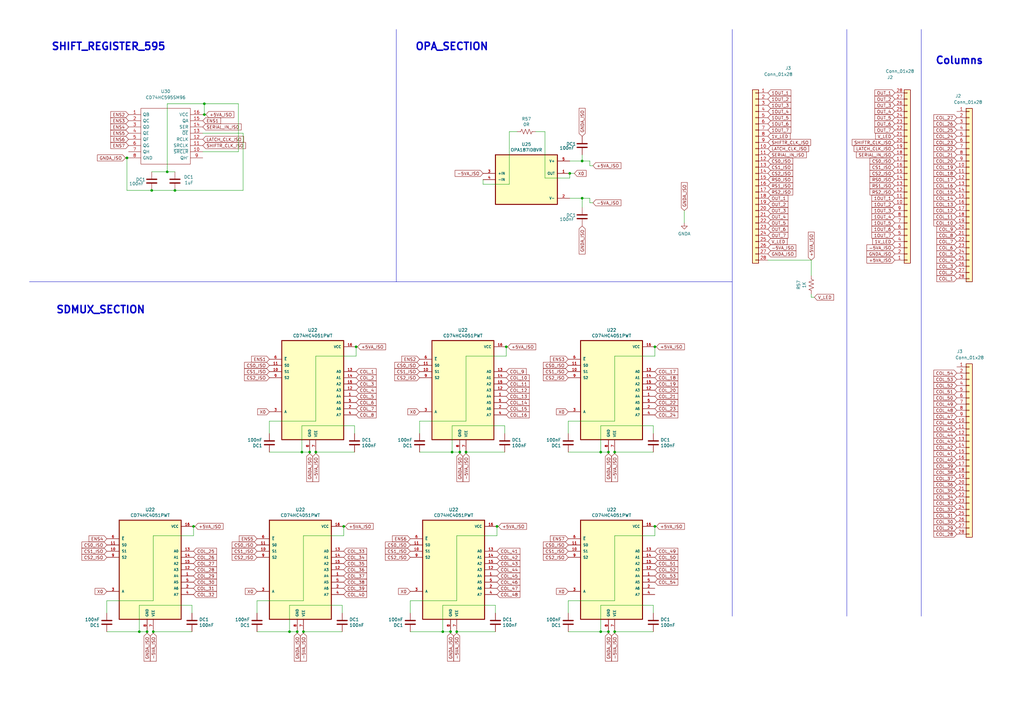
<source format=kicad_sch>
(kicad_sch (version 20230121) (generator eeschema)
  (paper "A3")
  (title_block (title "DMUX_SECTION") (date "2023-07-26"))
  (junction (at 246.38 185.42))
  (junction (at 187.325 259.08))
  (junction (at 140.97 215.9))
  (junction (at 203.835 215.9))
  (junction (at 188.595 185.42))
  (junction (at 191.135 185.42))
  (junction (at 233.68 71.12))
  (junction (at 57.15 259.08))
  (junction (at 79.375 215.9))
  (junction (at 238.76 66.04))
  (junction (at 268.605 215.9))
  (junction (at 62.865 259.08))
  (junction (at 83.82 42.545))
  (junction (at 207.645 142.24))
  (junction (at 62.23 78.105))
  (junction (at 238.76 81.28))
  (junction (at 124.46 259.08))
  (junction (at 127 185.42))
  (junction (at 121.92 259.08))
  (junction (at 246.38 259.08))
  (junction (at 249.555 185.42))
  (junction (at 249.555 259.08))
  (junction (at 52.07 64.77))
  (junction (at 83.82 46.99))
  (junction (at 181.61 259.08))
  (junction (at 68.58 70.485))
  (junction (at 184.785 259.08))
  (junction (at 252.095 185.42))
  (junction (at 60.325 259.08))
  (junction (at 129.54 185.42))
  (junction (at 185.42 185.42))
  (junction (at 146.05 142.24))
  (junction (at 268.605 142.24))
  (junction (at 123.825 185.42))
  (junction (at 252.095 259.08))
  (junction (at 71.755 78.105))
  (junction (at 118.745 259.08))
  (wire (pts (xy 267.97 251.46) (xy 267.97 248.285)))
  (wire (pts (xy 233.045 259.08) (xy 246.38 259.08)))
  (wire (pts (xy 68.58 42.545) (xy 83.82 42.545)))
  (wire (pts (xy 68.58 70.485) (xy 71.755 70.485)))
  (wire (pts (xy 124.46 219.71) (xy 140.97 219.71)))
  (wire (pts (xy 203.2 251.46) (xy 203.2 248.285)))
  (wire (pts (xy 238.76 81.28) (xy 241.935 81.28)))
  (wire (pts (xy 233.045 172.72) (xy 252.095 172.72)))
  (wire (pts (xy 268.605 146.05) (xy 268.605 142.24)))
  (wire (pts (xy 62.865 246.38) (xy 62.865 219.71)))
  (wire (pts (xy 172.085 177.8) (xy 172.085 172.72)))
  (wire (pts (xy 235.585 71.12) (xy 233.68 71.12)))
  (wire (pts (xy 252.095 186.055) (xy 252.095 185.42)))
  (wire (pts (xy 208.28 142.24) (xy 207.645 142.24)))
  (wire (pts (xy 110.49 177.8) (xy 110.49 172.72)))
  (wire (pts (xy 233.045 251.46) (xy 233.045 246.38)))
  (wire (pts (xy 233.68 73.025) (xy 233.68 71.12)))
  (wire (pts (xy 212.09 53.975) (xy 208.915 53.975)))
  (wire (pts (xy 105.41 251.46) (xy 105.41 246.38)))
  (wire (pts (xy 249.555 186.055) (xy 249.555 185.42)))
  (wire (pts (xy 191.135 146.05) (xy 207.645 146.05)))
  (wire (pts (xy 207.01 177.8) (xy 207.01 174.625)))
  (wire (pts (xy 43.815 246.38) (xy 62.865 246.38)))
  (wire (pts (xy 145.415 177.8) (xy 145.415 174.625)))
  (wire (pts (xy 223.52 53.975) (xy 223.52 73.025)))
  (wire (pts (xy 249.555 259.715) (xy 249.555 259.08)))
  (wire (pts (xy 238.76 66.04) (xy 241.935 66.04)))
  (wire (pts (xy 141.605 215.9) (xy 140.97 215.9)))
  (wire (pts (xy 252.095 219.71) (xy 268.605 219.71)))
  (wire (pts (xy 208.915 75.565) (xy 198.12 75.565)))
  (wire (pts (xy 187.325 259.08) (xy 203.2 259.08)))
  (wire (pts (xy 52.07 78.105) (xy 52.07 64.77)))
  (wire (pts (xy 127 186.055) (xy 127 185.42)))
  (wire (pts (xy 78.74 251.46) (xy 78.74 248.285)))
  (wire (pts (xy 219.71 53.975) (xy 223.52 53.975)))
  (wire (pts (xy 124.46 259.08) (xy 140.335 259.08)))
  (wire (pts (xy 146.685 142.24) (xy 146.05 142.24)))
  (wire (pts (xy 172.085 185.42) (xy 185.42 185.42)))
  (wire (pts (xy 185.42 174.625) (xy 185.42 185.42)))
  (wire (pts (xy 51.435 64.77) (xy 52.07 64.77)))
  (wire (pts (xy 145.415 174.625) (xy 123.825 174.625)))
  (wire (pts (xy 60.325 259.715) (xy 60.325 259.08)))
  (wire (pts (xy 207.01 174.625) (xy 185.42 174.625)))
  (polyline (pts (xy 162.56 12.065) (xy 162.56 115.57)))
  (wire (pts (xy 168.275 259.08) (xy 181.61 259.08)))
  (wire (pts (xy 208.915 53.975) (xy 208.915 75.565)))
  (wire (pts (xy 185.42 185.42) (xy 188.595 185.42)))
  (wire (pts (xy 332.74 120.65) (xy 332.74 121.92)))
  (wire (pts (xy 252.095 259.08) (xy 267.97 259.08)))
  (polyline (pts (xy 300.355 12.065) (xy 300.355 252.73)))
  (wire (pts (xy 223.52 73.025) (xy 233.68 73.025)))
  (wire (pts (xy 146.05 146.05) (xy 146.05 142.24)))
  (wire (pts (xy 233.68 81.28) (xy 238.76 81.28)))
  (wire (pts (xy 57.15 248.285) (xy 57.15 259.08)))
  (wire (pts (xy 79.375 219.71) (xy 79.375 215.9)))
  (wire (pts (xy 207.645 146.05) (xy 207.645 142.24)))
  (wire (pts (xy 110.49 172.72) (xy 129.54 172.72)))
  (wire (pts (xy 83.82 42.545) (xy 83.82 46.99)))
  (wire (pts (xy 246.38 185.42) (xy 249.555 185.42)))
  (wire (pts (xy 129.54 146.05) (xy 146.05 146.05)))
  (wire (pts (xy 203.2 248.285) (xy 181.61 248.285)))
  (wire (pts (xy 121.92 259.715) (xy 121.92 259.08)))
  (wire (pts (xy 129.54 172.72) (xy 129.54 146.05)))
  (wire (pts (xy 187.325 246.38) (xy 187.325 219.71)))
  (wire (pts (xy 267.97 248.285) (xy 246.38 248.285)))
  (wire (pts (xy 238.76 81.28) (xy 238.76 85.09)))
  (polyline (pts (xy 162.56 115.57) (xy 300.355 115.57)))
  (wire (pts (xy 252.095 172.72) (xy 252.095 146.05)))
  (wire (pts (xy 83.82 42.545) (xy 97.79 42.545)))
  (wire (pts (xy 168.275 246.38) (xy 187.325 246.38)))
  (wire (pts (xy 269.24 215.9) (xy 268.605 215.9)))
  (wire (pts (xy 314.96 106.68) (xy 332.74 106.68)))
  (wire (pts (xy 123.825 174.625) (xy 123.825 185.42)))
  (wire (pts (xy 191.135 186.055) (xy 191.135 185.42)))
  (wire (pts (xy 268.605 219.71) (xy 268.605 215.9)))
  (wire (pts (xy 83.82 46.99) (xy 84.455 46.99)))
  (wire (pts (xy 198.12 75.565) (xy 198.12 73.66)))
  (wire (pts (xy 83.185 46.99) (xy 83.82 46.99)))
  (wire (pts (xy 124.46 246.38) (xy 124.46 219.71)))
  (wire (pts (xy 124.46 259.715) (xy 124.46 259.08)))
  (wire (pts (xy 241.935 67.945) (xy 241.935 66.04)))
  (wire (pts (xy 110.49 185.42) (xy 123.825 185.42)))
  (wire (pts (xy 203.835 219.71) (xy 203.835 215.9)))
  (wire (pts (xy 181.61 248.285) (xy 181.61 259.08)))
  (wire (pts (xy 233.68 66.04) (xy 238.76 66.04)))
  (wire (pts (xy 246.38 248.285) (xy 246.38 259.08)))
  (wire (pts (xy 99.695 54.61) (xy 99.695 78.105)))
  (wire (pts (xy 62.865 259.715) (xy 62.865 259.08)))
  (wire (pts (xy 118.745 259.08) (xy 121.92 259.08)))
  (wire (pts (xy 140.335 251.46) (xy 140.335 248.285)))
  (wire (pts (xy 129.54 185.42) (xy 145.415 185.42)))
  (wire (pts (xy 238.76 63.5) (xy 238.76 66.04)))
  (wire (pts (xy 62.23 70.485) (xy 68.58 70.485)))
  (wire (pts (xy 246.38 174.625) (xy 246.38 185.42)))
  (wire (pts (xy 83.185 54.61) (xy 99.695 54.61)))
  (wire (pts (xy 233.045 185.42) (xy 246.38 185.42)))
  (wire (pts (xy 105.41 259.08) (xy 118.745 259.08)))
  (wire (pts (xy 280.67 86.36) (xy 280.67 91.44)))
  (wire (pts (xy 62.23 78.105) (xy 71.755 78.105)))
  (wire (pts (xy 269.24 142.24) (xy 268.605 142.24)))
  (wire (pts (xy 43.815 251.46) (xy 43.815 246.38)))
  (wire (pts (xy 252.095 185.42) (xy 267.97 185.42)))
  (wire (pts (xy 97.79 42.545) (xy 97.79 62.23)))
  (wire (pts (xy 233.045 246.38) (xy 252.095 246.38)))
  (wire (pts (xy 123.825 185.42) (xy 127 185.42)))
  (wire (pts (xy 168.275 251.46) (xy 168.275 246.38)))
  (wire (pts (xy 62.865 219.71) (xy 79.375 219.71)))
  (wire (pts (xy 187.325 219.71) (xy 203.835 219.71)))
  (wire (pts (xy 188.595 186.055) (xy 188.595 185.42)))
  (wire (pts (xy 241.935 83.185) (xy 241.935 81.28)))
  (wire (pts (xy 80.01 215.9) (xy 79.375 215.9)))
  (polyline (pts (xy 12.065 115.57) (xy 162.56 115.57)))
  (wire (pts (xy 204.47 215.9) (xy 203.835 215.9)))
  (wire (pts (xy 78.74 248.285) (xy 57.15 248.285)))
  (wire (pts (xy 191.135 172.72) (xy 191.135 146.05)))
  (wire (pts (xy 57.15 259.08) (xy 60.325 259.08)))
  (wire (pts (xy 187.325 259.715) (xy 187.325 259.08)))
  (wire (pts (xy 52.07 64.77) (xy 52.705 64.77)))
  (wire (pts (xy 252.095 146.05) (xy 268.605 146.05)))
  (wire (pts (xy 243.205 67.945) (xy 241.935 67.945)))
  (polyline (pts (xy 347.345 12.065) (xy 347.345 252.73)))
  (wire (pts (xy 62.23 78.105) (xy 52.07 78.105)))
  (wire (pts (xy 233.045 177.8) (xy 233.045 172.72)))
  (wire (pts (xy 191.135 185.42) (xy 207.01 185.42)))
  (wire (pts (xy 99.695 78.105) (xy 71.755 78.105)))
  (wire (pts (xy 105.41 246.38) (xy 124.46 246.38)))
  (wire (pts (xy 246.38 259.08) (xy 249.555 259.08)))
  (wire (pts (xy 140.97 219.71) (xy 140.97 215.9)))
  (wire (pts (xy 68.58 42.545) (xy 68.58 70.485)))
  (wire (pts (xy 83.185 62.23) (xy 97.79 62.23)))
  (wire (pts (xy 267.97 177.8) (xy 267.97 174.625)))
  (wire (pts (xy 267.97 174.625) (xy 246.38 174.625)))
  (wire (pts (xy 172.085 172.72) (xy 191.135 172.72)))
  (wire (pts (xy 332.74 113.03) (xy 332.74 106.68)))
  (polyline (pts (xy 377.825 12.065) (xy 377.825 252.73)))
  (wire (pts (xy 62.865 259.08) (xy 78.74 259.08)))
  (wire (pts (xy 243.205 83.185) (xy 241.935 83.185)))
  (wire (pts (xy 118.745 248.285) (xy 118.745 259.08)))
  (wire (pts (xy 252.095 259.715) (xy 252.095 259.08)))
  (wire (pts (xy 332.74 121.92) (xy 334.01 121.92)))
  (wire (pts (xy 252.095 246.38) (xy 252.095 219.71)))
  (wire (pts (xy 181.61 259.08) (xy 184.785 259.08)))
  (wire (pts (xy 184.785 259.715) (xy 184.785 259.08)))
  (wire (pts (xy 140.335 248.285) (xy 118.745 248.285)))
  (wire (pts (xy 129.54 186.055) (xy 129.54 185.42)))
  (wire (pts (xy 43.815 259.08) (xy 57.15 259.08)))
  (text "OPA_SECTION" (at 170.18 20.955 0) (effects (font (size 2.9972 2.9972) (thickness 0.5994) bold) (justify left bottom)))
  (text "Columns\n" (at 383.54 26.67 0) (effects (font (size 2.9972 2.9972) (thickness 0.5994) bold) (justify left bottom)))
  (text "SHIFT_REGISTER_595" (at 20.955 20.955 0) (effects (font (size 2.9972 2.9972) (thickness 0.5994) bold) (justify left bottom)))
  (text "SDMUX_SECTION" (at 22.86 128.905 0) (effects (font (size 2.9972 2.9972) (thickness 0.5994) bold) (justify left bottom)))
  (global_label "CS0_ISO" (shape input) (at 233.045 149.86 180) (property "Intersheetrefs" "${INTERSHEET_REFS}" (effects hide)))
  (global_label "-5VA_ISO" (shape input) (at 129.54 186.055 270) (property "Intersheetrefs" "${INTERSHEET_REFS}" (effects hide)))
  (global_label "COL_22" (shape input) (at 392.43 60.96 180) (property "Intersheetrefs" "${INTERSHEET_REFS}" (effects hide)))
  (global_label "V_LED" (shape input) (at 367.03 55.88 180) (property "Intersheetrefs" "${INTERSHEET_REFS}" (effects hide)))
  (global_label "CS0_ISO" (shape input) (at 43.815 223.52 180) (property "Intersheetrefs" "${INTERSHEET_REFS}" (effects hide)))
  (global_label "GNDA_ISO" (shape input) (at 127 186.055 270) (property "Intersheetrefs" "${INTERSHEET_REFS}" (effects hide)))
  (global_label "LATCH_CLK_ISO" (shape input) (at 367.03 60.96 180) (property "Intersheetrefs" "${INTERSHEET_REFS}" (effects hide)))
  (global_label "COL_21" (shape input) (at 392.43 63.5 180) (property "Intersheetrefs" "${INTERSHEET_REFS}" (effects hide)))
  (global_label "COL_27" (shape input) (at 392.43 48.26 180) (property "Intersheetrefs" "${INTERSHEET_REFS}" (effects hide)))
  (global_label "COL_38" (shape input) (at 392.43 193.675 180) (property "Intersheetrefs" "${INTERSHEET_REFS}" (effects hide)))
  (global_label "ENS7" (shape input) (at 233.045 220.98 180) (property "Intersheetrefs" "${INTERSHEET_REFS}" (effects hide)))
  (global_label "COL_15" (shape input) (at 392.43 78.74 180) (property "Intersheetrefs" "${INTERSHEET_REFS}" (effects hide)))
  (global_label "COL_22" (shape input) (at 268.605 165.1 0) (property "Intersheetrefs" "${INTERSHEET_REFS}" (effects hide)))
  (global_label "ENS2" (shape input) (at 172.085 147.32 180) (property "Intersheetrefs" "${INTERSHEET_REFS}" (effects hide)))
  (global_label "CS0_ISO" (shape input) (at 233.045 223.52 180) (property "Intersheetrefs" "${INTERSHEET_REFS}" (effects hide)))
  (global_label "CS0_ISO" (shape input) (at 172.085 149.86 180) (property "Intersheetrefs" "${INTERSHEET_REFS}" (effects hide)))
  (global_label "COL_11" (shape input) (at 207.645 157.48 0) (property "Intersheetrefs" "${INTERSHEET_REFS}" (effects hide)))
  (global_label "COL_24" (shape input) (at 392.43 55.88 180) (property "Intersheetrefs" "${INTERSHEET_REFS}" (effects hide)))
  (global_label "COL_36" (shape input) (at 140.97 233.68 0) (property "Intersheetrefs" "${INTERSHEET_REFS}" (effects hide)))
  (global_label "V_LED" (shape input) (at 334.01 121.92 0) (property "Intersheetrefs" "${INTERSHEET_REFS}" (effects hide)))
  (global_label "GNDA_ISO" (shape input) (at 60.325 259.715 270) (property "Intersheetrefs" "${INTERSHEET_REFS}" (effects hide)))
  (global_label "COL_19" (shape input) (at 268.605 157.48 0) (property "Intersheetrefs" "${INTERSHEET_REFS}" (effects hide)))
  (global_label "SERIAL_IN_ISO" (shape input) (at 314.96 63.5 0) (property "Intersheetrefs" "${INTERSHEET_REFS}" (effects hide)))
  (global_label "X0" (shape input) (at 233.045 168.91 180) (property "Intersheetrefs" "${INTERSHEET_REFS}" (effects hide)))
  (global_label "COL_12" (shape input) (at 392.43 86.36 180) (property "Intersheetrefs" "${INTERSHEET_REFS}" (effects hide)))
  (global_label "-5VA_ISO" (shape input) (at 191.135 186.055 270) (property "Intersheetrefs" "${INTERSHEET_REFS}" (effects hide)))
  (global_label "ENS4" (shape input) (at 52.705 52.07 180) (property "Intersheetrefs" "${INTERSHEET_REFS}" (effects hide)))
  (global_label "ENS5" (shape input) (at 105.41 220.98 180) (property "Intersheetrefs" "${INTERSHEET_REFS}" (effects hide)))
  (global_label "CS1_ISO" (shape input) (at 110.49 152.4 180) (property "Intersheetrefs" "${INTERSHEET_REFS}" (effects hide)))
  (global_label "COL_30" (shape input) (at 79.375 238.76 0) (property "Intersheetrefs" "${INTERSHEET_REFS}" (effects hide)))
  (global_label "COL_46" (shape input) (at 392.43 173.355 180) (property "Intersheetrefs" "${INTERSHEET_REFS}" (effects hide)))
  (global_label "OUT_2" (shape input) (at 314.96 83.82 0) (property "Intersheetrefs" "${INTERSHEET_REFS}" (effects hide)))
  (global_label "COL_40" (shape input) (at 392.43 188.595 180) (property "Intersheetrefs" "${INTERSHEET_REFS}" (effects hide)))
  (global_label "OUT_7" (shape input) (at 314.96 96.52 0) (property "Intersheetrefs" "${INTERSHEET_REFS}" (effects hide)))
  (global_label "COL_54" (shape input) (at 268.605 238.76 0) (property "Intersheetrefs" "${INTERSHEET_REFS}" (effects hide)))
  (global_label "CS0_ISO" (shape input) (at 168.275 223.52 180) (property "Intersheetrefs" "${INTERSHEET_REFS}" (effects hide)))
  (global_label "COL_13" (shape input) (at 392.43 83.82 180) (property "Intersheetrefs" "${INTERSHEET_REFS}" (effects hide)))
  (global_label "COL_51" (shape input) (at 268.605 231.14 0) (property "Intersheetrefs" "${INTERSHEET_REFS}" (effects hide)))
  (global_label "COL_7" (shape input) (at 392.43 99.06 180) (property "Intersheetrefs" "${INTERSHEET_REFS}" (effects hide)))
  (global_label "SERIAL_IN_ISO" (shape input) (at 367.03 63.5 180) (property "Intersheetrefs" "${INTERSHEET_REFS}" (effects hide)))
  (global_label "1OUT_2" (shape input) (at 367.03 83.82 180) (property "Intersheetrefs" "${INTERSHEET_REFS}" (effects hide)))
  (global_label "COL_1" (shape input) (at 392.43 114.3 180) (property "Intersheetrefs" "${INTERSHEET_REFS}" (effects hide)))
  (global_label "CS2_ISO" (shape input) (at 367.03 71.12 180) (property "Intersheetrefs" "${INTERSHEET_REFS}" (effects hide)))
  (global_label "COL_48" (shape input) (at 203.835 243.84 0) (property "Intersheetrefs" "${INTERSHEET_REFS}" (effects hide)))
  (global_label "COL_41" (shape input) (at 392.43 186.055 180) (property "Intersheetrefs" "${INTERSHEET_REFS}" (effects hide)))
  (global_label "CS1_ISO" (shape input) (at 105.41 226.06 180) (property "Intersheetrefs" "${INTERSHEET_REFS}" (effects hide)))
  (global_label "OUT_1" (shape input) (at 367.03 38.1 180) (property "Intersheetrefs" "${INTERSHEET_REFS}" (effects hide)))
  (global_label "+5VA_ISO" (shape input) (at 208.28 142.24 0) (property "Intersheetrefs" "${INTERSHEET_REFS}" (effects hide)))
  (global_label "COL_36" (shape input) (at 392.43 198.755 180) (property "Intersheetrefs" "${INTERSHEET_REFS}" (effects hide)))
  (global_label "COL_35" (shape input) (at 392.43 201.295 180) (property "Intersheetrefs" "${INTERSHEET_REFS}" (effects hide)))
  (global_label "COL_6" (shape input) (at 146.05 165.1 0) (property "Intersheetrefs" "${INTERSHEET_REFS}" (effects hide)))
  (global_label "COL_50" (shape input) (at 268.605 228.6 0) (property "Intersheetrefs" "${INTERSHEET_REFS}" (effects hide)))
  (global_label "1OUT_4" (shape input) (at 314.96 45.72 0) (property "Intersheetrefs" "${INTERSHEET_REFS}" (effects hide)))
  (global_label "OUT_6" (shape input) (at 314.96 93.98 0) (property "Intersheetrefs" "${INTERSHEET_REFS}" (effects hide)))
  (global_label "COL_24" (shape input) (at 268.605 170.18 0) (property "Intersheetrefs" "${INTERSHEET_REFS}" (effects hide)))
  (global_label "1OUT_1" (shape input) (at 367.03 81.28 180) (property "Intersheetrefs" "${INTERSHEET_REFS}" (effects hide)))
  (global_label "-5VA_ISO" (shape input) (at 198.12 71.12 180) (property "Intersheetrefs" "${INTERSHEET_REFS}" (effects hide)))
  (global_label "COL_3" (shape input) (at 392.43 109.22 180) (property "Intersheetrefs" "${INTERSHEET_REFS}" (effects hide)))
  (global_label "COL_51" (shape input) (at 392.43 160.655 180) (property "Intersheetrefs" "${INTERSHEET_REFS}" (effects hide)))
  (global_label "COL_1" (shape input) (at 146.05 152.4 0) (property "Intersheetrefs" "${INTERSHEET_REFS}" (effects hide)))
  (global_label "GNDA_ISO" (shape input) (at 280.67 86.36 90) (property "Intersheetrefs" "${INTERSHEET_REFS}" (effects hide)))
  (global_label "CS1_ISO" (shape input) (at 314.96 68.58 0) (property "Intersheetrefs" "${INTERSHEET_REFS}" (effects hide)))
  (global_label "OUT_2" (shape input) (at 367.03 40.64 180) (property "Intersheetrefs" "${INTERSHEET_REFS}" (effects hide)))
  (global_label "COL_42" (shape input) (at 203.835 228.6 0) (property "Intersheetrefs" "${INTERSHEET_REFS}" (effects hide)))
  (global_label "1OUT_7" (shape input) (at 314.96 53.34 0) (property "Intersheetrefs" "${INTERSHEET_REFS}" (effects hide)))
  (global_label "ENS2" (shape input) (at 52.705 46.99 180) (property "Intersheetrefs" "${INTERSHEET_REFS}" (effects hide)))
  (global_label "CS0_ISO" (shape input) (at 105.41 223.52 180) (property "Intersheetrefs" "${INTERSHEET_REFS}" (effects hide)))
  (global_label "X0" (shape input) (at 168.275 242.57 180) (property "Intersheetrefs" "${INTERSHEET_REFS}" (effects hide)))
  (global_label "COL_53" (shape input) (at 268.605 236.22 0) (property "Intersheetrefs" "${INTERSHEET_REFS}" (effects hide)))
  (global_label "GNDA_ISO" (shape input) (at 188.595 186.055 270) (property "Intersheetrefs" "${INTERSHEET_REFS}" (effects hide)))
  (global_label "X0" (shape input) (at 105.41 242.57 180) (property "Intersheetrefs" "${INTERSHEET_REFS}" (effects hide)))
  (global_label "COL_45" (shape input) (at 203.835 236.22 0) (property "Intersheetrefs" "${INTERSHEET_REFS}" (effects hide)))
  (global_label "RS2_ISO" (shape input) (at 367.03 78.74 180) (property "Intersheetrefs" "${INTERSHEET_REFS}" (effects hide)))
  (global_label "COL_35" (shape input) (at 140.97 231.14 0) (property "Intersheetrefs" "${INTERSHEET_REFS}" (effects hide)))
  (global_label "OUT_6" (shape input) (at 367.03 50.8 180) (property "Intersheetrefs" "${INTERSHEET_REFS}" (effects hide)))
  (global_label "1OUT_4" (shape input) (at 367.03 88.9 180) (property "Intersheetrefs" "${INTERSHEET_REFS}" (effects hide)))
  (global_label "COL_8" (shape input) (at 146.05 170.18 0) (property "Intersheetrefs" "${INTERSHEET_REFS}" (effects hide)))
  (global_label "GNDA_ISO" (shape input) (at 238.76 55.88 90) (property "Intersheetrefs" "${INTERSHEET_REFS}" (effects hide)))
  (global_label "COL_17" (shape input) (at 392.43 73.66 180) (property "Intersheetrefs" "${INTERSHEET_REFS}" (effects hide)))
  (global_label "COL_20" (shape input) (at 392.43 66.04 180) (property "Intersheetrefs" "${INTERSHEET_REFS}" (effects hide)))
  (global_label "COL_4" (shape input) (at 392.43 106.68 180) (property "Intersheetrefs" "${INTERSHEET_REFS}" (effects hide)))
  (global_label "ENS6" (shape input) (at 168.275 220.98 180) (property "Intersheetrefs" "${INTERSHEET_REFS}" (effects hide)))
  (global_label "CS1_ISO" (shape input) (at 233.045 152.4 180) (property "Intersheetrefs" "${INTERSHEET_REFS}" (effects hide)))
  (global_label "COL_16" (shape input) (at 392.43 76.2 180) (property "Intersheetrefs" "${INTERSHEET_REFS}" (effects hide)))
  (global_label "CS0_ISO" (shape input) (at 110.49 149.86 180) (property "Intersheetrefs" "${INTERSHEET_REFS}" (effects hide)))
  (global_label "COL_10" (shape input) (at 392.43 91.44 180) (property "Intersheetrefs" "${INTERSHEET_REFS}" (effects hide)))
  (global_label "COL_37" (shape input) (at 140.97 236.22 0) (property "Intersheetrefs" "${INTERSHEET_REFS}" (effects hide)))
  (global_label "+5VA_ISO" (shape input) (at 367.03 106.68 180) (property "Intersheetrefs" "${INTERSHEET_REFS}" (effects hide)))
  (global_label "CS1_ISO" (shape input) (at 172.085 152.4 180) (property "Intersheetrefs" "${INTERSHEET_REFS}" (effects hide)))
  (global_label "COL_33" (shape input) (at 392.43 206.375 180) (property "Intersheetrefs" "${INTERSHEET_REFS}" (effects hide)))
  (global_label "1OUT_6" (shape input) (at 314.96 50.8 0) (property "Intersheetrefs" "${INTERSHEET_REFS}" (effects hide)))
  (global_label "+5VA_ISO" (shape input) (at 146.685 142.24 0) (property "Intersheetrefs" "${INTERSHEET_REFS}" (effects hide)))
  (global_label "COL_14" (shape input) (at 392.43 81.28 180) (property "Intersheetrefs" "${INTERSHEET_REFS}" (effects hide)))
  (global_label "ENS7" (shape input) (at 52.705 59.69 180) (property "Intersheetrefs" "${INTERSHEET_REFS}" (effects hide)))
  (global_label "ENS3" (shape input) (at 233.045 147.32 180) (property "Intersheetrefs" "${INTERSHEET_REFS}" (effects hide)))
  (global_label "CS2_ISO" (shape input) (at 105.41 228.6 180) (property "Intersheetrefs" "${INTERSHEET_REFS}" (effects hide)))
  (global_label "+5VA_ISO" (shape input) (at 332.74 106.68 90) (property "Intersheetrefs" "${INTERSHEET_REFS}" (effects hide)))
  (global_label "COL_7" (shape input) (at 146.05 167.64 0) (property "Intersheetrefs" "${INTERSHEET_REFS}" (effects hide)))
  (global_label "COL_43" (shape input) (at 203.835 231.14 0) (property "Intersheetrefs" "${INTERSHEET_REFS}" (effects hide)))
  (global_label "-5VA_ISO" (shape input) (at 252.095 186.055 270) (property "Intersheetrefs" "${INTERSHEET_REFS}" (effects hide)))
  (global_label "GNDA_ISO" (shape input) (at 367.03 104.14 180) (property "Intersheetrefs" "${INTERSHEET_REFS}" (effects hide)))
  (global_label "1OUT_1" (shape input) (at 314.96 38.1 0) (property "Intersheetrefs" "${INTERSHEET_REFS}" (effects hide)))
  (global_label "1V_LED" (shape input) (at 367.03 99.06 180) (property "Intersheetrefs" "${INTERSHEET_REFS}" (effects hide)))
  (global_label "COL_17" (shape input) (at 268.605 152.4 0) (property "Intersheetrefs" "${INTERSHEET_REFS}" (effects hide)))
  (global_label "OUT_4" (shape input) (at 367.03 45.72 180) (property "Intersheetrefs" "${INTERSHEET_REFS}" (effects hide)))
  (global_label "COL_45" (shape input) (at 392.43 175.895 180) (property "Intersheetrefs" "${INTERSHEET_REFS}" (effects hide)))
  (global_label "+5VA_ISO" (shape input) (at 80.01 215.9 0) (property "Intersheetrefs" "${INTERSHEET_REFS}" (effects hide)))
  (global_label "COL_34" (shape input) (at 392.43 203.835 180) (property "Intersheetrefs" "${INTERSHEET_REFS}" (effects hide)))
  (global_label "RS1_ISO" (shape input) (at 314.96 76.2 0) (property "Intersheetrefs" "${INTERSHEET_REFS}" (effects hide)))
  (global_label "-5VA_ISO" (shape input) (at 252.095 259.715 270) (property "Intersheetrefs" "${INTERSHEET_REFS}" (effects hide)))
  (global_label "COL_28" (shape input) (at 79.375 233.68 0) (property "Intersheetrefs" "${INTERSHEET_REFS}" (effects hide)))
  (global_label "COL_6" (shape input) (at 392.43 101.6 180) (property "Intersheetrefs" "${INTERSHEET_REFS}" (effects hide)))
  (global_label "CS2_ISO" (shape input) (at 168.275 228.6 180) (property "Intersheetrefs" "${INTERSHEET_REFS}" (effects hide)))
  (global_label "GNDA_ISO" (shape input) (at 51.435 64.77 180) (property "Intersheetrefs" "${INTERSHEET_REFS}" (effects hide)))
  (global_label "COL_28" (shape input) (at 392.43 219.075 180) (property "Intersheetrefs" "${INTERSHEET_REFS}" (effects hide)))
  (global_label "COL_11" (shape input) (at 392.43 88.9 180) (property "Intersheetrefs" "${INTERSHEET_REFS}" (effects hide)))
  (global_label "COL_32" (shape input) (at 392.43 208.915 180) (property "Intersheetrefs" "${INTERSHEET_REFS}" (effects hide)))
  (global_label "LATCH_CLK_ISO" (shape input) (at 83.185 57.15 0) (property "Intersheetrefs" "${INTERSHEET_REFS}" (effects hide)))
  (global_label "COL_39" (shape input) (at 392.43 191.135 180) (property "Intersheetrefs" "${INTERSHEET_REFS}" (effects hide)))
  (global_label "COL_15" (shape input) (at 207.645 167.64 0) (property "Intersheetrefs" "${INTERSHEET_REFS}" (effects hide)))
  (global_label "COL_18" (shape input) (at 268.605 154.94 0) (property "Intersheetrefs" "${INTERSHEET_REFS}" (effects hide)))
  (global_label "X0" (shape input) (at 235.585 71.12 0) (property "Intersheetrefs" "${INTERSHEET_REFS}" (effects hide)))
  (global_label "COL_29" (shape input) (at 79.375 236.22 0) (property "Intersheetrefs" "${INTERSHEET_REFS}" (effects hide)))
  (global_label "COL_5" (shape input) (at 392.43 104.14 180) (property "Intersheetrefs" "${INTERSHEET_REFS}" (effects hide)))
  (global_label "GNDA_ISO" (shape input) (at 249.555 259.715 270) (property "Intersheetrefs" "${INTERSHEET_REFS}" (effects hide)))
  (global_label "-5VA_ISO" (shape input) (at 187.325 259.715 270) (property "Intersheetrefs" "${INTERSHEET_REFS}" (effects hide)))
  (global_label "1OUT_5" (shape input) (at 314.96 48.26 0) (property "Intersheetrefs" "${INTERSHEET_REFS}" (effects hide)))
  (global_label "-5VA_ISO" (shape input) (at 243.205 83.185 0) (property "Intersheetrefs" "${INTERSHEET_REFS}" (effects hide)))
  (global_label "COL_10" (shape input) (at 207.645 154.94 0) (property "Intersheetrefs" "${INTERSHEET_REFS}" (effects hide)))
  (global_label "1OUT_3" (shape input) (at 314.96 43.18 0) (property "Intersheetrefs" "${INTERSHEET_REFS}" (effects hide)))
  (global_label "COL_32" (shape input) (at 79.375 243.84 0) (property "Intersheetrefs" "${INTERSHEET_REFS}" (effects hide)))
  (global_label "1V_LED" (shape input) (at 314.96 55.88 0) (property "Intersheetrefs" "${INTERSHEET_REFS}" (effects hide)))
  (global_label "GNDA_ISO" (shape input) (at 121.92 259.715 270) (property "Intersheetrefs" "${INTERSHEET_REFS}" (effects hide)))
  (global_label "COL_52" (shape input) (at 268.605 233.68 0) (property "Intersheetrefs" "${INTERSHEET_REFS}" (effects hide)))
  (global_label "CS1_ISO" (shape input) (at 233.045 226.06 180) (property "Intersheetrefs" "${INTERSHEET_REFS}" (effects hide)))
  (global_label "RS1_ISO" (shape input) (at 367.03 76.2 180) (property "Intersheetrefs" "${INTERSHEET_REFS}" (effects hide)))
  (global_label "COL_47" (shape input) (at 392.43 170.815 180) (property "Intersheetrefs" "${INTERSHEET_REFS}" (effects hide)))
  (global_label "COL_4" (shape input) (at 146.05 160.02 0) (property "Intersheetrefs" "${INTERSHEET_REFS}" (effects hide)))
  (global_label "CS1_ISO" (shape input) (at 43.815 226.06 180) (property "Intersheetrefs" "${INTERSHEET_REFS}" (effects hide)))
  (global_label "COL_33" (shape input) (at 140.97 226.06 0) (property "Intersheetrefs" "${INTERSHEET_REFS}" (effects hide)))
  (global_label "+5VA_ISO" (shape input) (at 141.605 215.9 0) (property "Intersheetrefs" "${INTERSHEET_REFS}" (effects hide)))
  (global_label "GNDA_ISO" (shape input) (at 314.96 104.14 0) (property "Intersheetrefs" "${INTERSHEET_REFS}" (effects hide)))
  (global_label "COL_49" (shape input) (at 392.43 165.735 180) (property "Intersheetrefs" "${INTERSHEET_REFS}" (effects hide)))
  (global_label "COL_27" (shape input) (at 79.375 231.14 0) (property "Intersheetrefs" "${INTERSHEET_REFS}" (effects hide)))
  (global_label "ENS1" (shape input) (at 83.185 49.53 0) (property "Intersheetrefs" "${INTERSHEET_REFS}" (effects hide)))
  (global_label "-5VA_ISO" (shape input) (at 314.96 101.6 0) (property "Intersheetrefs" "${INTERSHEET_REFS}" (effects hide)))
  (global_label "OUT_3" (shape input) (at 367.03 43.18 180) (property "Intersheetrefs" "${INTERSHEET_REFS}" (effects hide)))
  (global_label "1OUT_3" (shape input) (at 367.03 86.36 180) (property "Intersheetrefs" "${INTERSHEET_REFS}" (effects hide)))
  (global_label "COL_37" (shape input) (at 392.43 196.215 180) (property "Intersheetrefs" "${INTERSHEET_REFS}" (effects hide)))
  (global_label "-5VA_ISO" (shape input) (at 124.46 259.715 270) (property "Intersheetrefs" "${INTERSHEET_REFS}" (effects hide)))
  (global_label "COL_19" (shape input) (at 392.43 68.58 180) (property "Intersheetrefs" "${INTERSHEET_REFS}" (effects hide)))
  (global_label "COL_31" (shape input) (at 79.375 241.3 0) (property "Intersheetrefs" "${INTERSHEET_REFS}" (effects hide)))
  (global_label "COL_2" (shape input) (at 392.43 111.76 180) (property "Intersheetrefs" "${INTERSHEET_REFS}" (effects hide)))
  (global_label "ENS5" (shape input) (at 52.705 54.61 180) (property "Intersheetrefs" "${INTERSHEET_REFS}" (effects hide)))
  (global_label "CS1_ISO" (shape input) (at 367.03 68.58 180) (property "Intersheetrefs" "${INTERSHEET_REFS}" (effects hide)))
  (global_label "X0" (shape input) (at 233.045 242.57 180) (property "Intersheetrefs" "${INTERSHEET_REFS}" (effects hide)))
  (global_label "COL_38" (shape input) (at 140.97 238.76 0) (property "Intersheetrefs" "${INTERSHEET_REFS}" (effects hide)))
  (global_label "+5VA_ISO" (shape input) (at 204.47 215.9 0) (property "Intersheetrefs" "${INTERSHEET_REFS}" (effects hide)))
  (global_label "COL_21" (shape input) (at 268.605 162.56 0) (property "Intersheetrefs" "${INTERSHEET_REFS}" (effects hide)))
  (global_label "COL_52" (shape input) (at 392.43 158.115 180) (property "Intersheetrefs" "${INTERSHEET_REFS}" (effects hide)))
  (global_label "CS2_ISO" (shape input) (at 110.49 154.94 180) (property "Intersheetrefs" "${INTERSHEET_REFS}" (effects hide)))
  (global_label "GNDA_ISO" (shape input) (at 249.555 186.055 270) (property "Intersheetrefs" "${INTERSHEET_REFS}" (effects hide)))
  (global_label "CS2_ISO" (shape input) (at 233.045 228.6 180) (property "Intersheetrefs" "${INTERSHEET_REFS}" (effects hide)))
  (global_label "1OUT_5" (shape input) (at 367.03 91.44 180) (property "Intersheetrefs" "${INTERSHEET_REFS}" (effects hide)))
  (global_label "COL_44" (shape input) (at 392.43 178.435 180) (property "Intersheetrefs" "${INTERSHEET_REFS}" (effects hide)))
  (global_label "X0" (shape input) (at 172.085 168.91 180) (property "Intersheetrefs" "${INTERSHEET_REFS}" (effects hide)))
  (global_label "SERIAL_IN_ISO" (shape input) (at 83.185 52.07 0) (property "Intersheetrefs" "${INTERSHEET_REFS}" (effects hide)))
  (global_label "CS2_ISO" (shape input) (at 43.815 228.6 180) (property "Intersheetrefs" "${INTERSHEET_REFS}" (effects hide)))
  (global_label "COL_30" (shape input) (at 392.43 213.995 180) (property "Intersheetrefs" "${INTERSHEET_REFS}" (effects hide)))
  (global_label "COL_34" (shape input) (at 140.97 228.6 0) (property "Intersheetrefs" "${INTERSHEET_REFS}" (effects hide)))
  (global_label "COL_23" (shape input) (at 392.43 58.42 180) (property "Intersheetrefs" "${INTERSHEET_REFS}" (effects hide)))
  (global_label "SHIFTR_CLK_ISO" (shape input) (at 314.96 58.42 0) (property "Intersheetrefs" "${INTERSHEET_REFS}" (effects hide)))
  (global_label "OUT_3" (shape input) (at 314.96 86.36 0) (property "Intersheetrefs" "${INTERSHEET_REFS}" (effects hide)))
  (global_label "CS0_ISO" (shape input) (at 367.03 66.04 180) (property "Intersheetrefs" "${INTERSHEET_REFS}" (effects hide)))
  (global_label "CS2_ISO" (shape input) (at 233.045 154.94 180) (property "Intersheetrefs" "${INTERSHEET_REFS}" (effects hide)))
  (global_label "COL_44" (shape input) (at 203.835 233.68 0) (property "Intersheetrefs" "${INTERSHEET_REFS}" (effects hide)))
  (global_label "1OUT_6" (shape input) (at 367.03 93.98 180) (property "Intersheetrefs" "${INTERSHEET_REFS}" (effects hide)))
  (global_label "COL_46" (shape input) (at 203.835 238.76 0) (property "Intersheetrefs" "${INTERSHEET_REFS}" (effects hide)))
  (global_label "+5VA_ISO" (shape input) (at 269.24 142.24 0) (property "Intersheetrefs" "${INTERSHEET_REFS}" (effects hide)))
  (global_label "COL_41" (shape input) (at 203.835 226.06 0) (property "Intersheetrefs" "${INTERSHEET_REFS}" (effects hide)))
  (global_label "-5VA_ISO" (shape input) (at 367.03 101.6 180) (property "Intersheetrefs" "${INTERSHEET_REFS}" (effects hide)))
  (global_label "COL_49" (shape input) (at 268.605 226.06 0) (property "Intersheetrefs" "${INTERSHEET_REFS}" (effects hide)))
  (global_label "OUT_7" (shape input) (at 367.03 53.34 180) (property "Intersheetrefs" "${INTERSHEET_REFS}" (effects hide)))
  (global_label "+5VA_ISO" (shape input) (at 84.455 46.99 0) (property "Intersheetrefs" "${INTERSHEET_REFS}" (effects hide)))
  (global_label "COL_43" (shape input) (at 392.43 180.975 180) (property "Intersheetrefs" "${INTERSHEET_REFS}" (effects hide)))
  (global_label "CS0_ISO" (shape input) (at 314.96 66.04 0) (property "Intersheetrefs" "${INTERSHEET_REFS}" (effects hide)))
  (global_label "COL_39" (shape input) (at 140.97 241.3 0) (property "Intersheetrefs" "${INTERSHEET_REFS}" (effects hide)))
  (global_label "COL_16" (shape input) (at 207.645 170.18 0) (property "Intersheetrefs" "${INTERSHEET_REFS}" (effects hide)))
  (global_label "COL_26" (shape input) (at 79.375 228.6 0) (property "Intersheetrefs" "${INTERSHEET_REFS}" (effects hide)))
  (global_label "SHIFTR_CLK_ISO" (shape input) (at 83.185 59.69 0) (property "Intersheetrefs" "${INTERSHEET_REFS}" (effects hide)))
  (global_label "OUT_1" (shape input) (at 314.96 81.28 0) (property "Intersheetrefs" "${INTERSHEET_REFS}" (effects hide)))
  (global_label "X0" (shape input) (at 110.49 168.91 180) (property "Intersheetrefs" "${INTERSHEET_REFS}" (effects hide)))
  (global_label "GNDA_ISO" (shape input) (at 238.76 92.71 270) (property "Intersheetrefs" "${INTERSHEET_REFS}" (effects hide)))
  (global_label "1OUT_7" (shape input) (at 367.03 96.52 180) (property "Intersheetrefs" "${INTERSHEET_REFS}" (effects hide)))
  (global_label "RS2_ISO" (shape input) (at 314.96 78.74 0) (property "Intersheetrefs" "${INTERSHEET_REFS}" (effects hide)))
  (global_label "COL_9" (shape input) (at 392.43 93.98 180) (property "Intersheetrefs" "${INTERSHEET_REFS}" (effects hide)))
  (global_label "COL_31" (shape input) (at 392.43 211.455 180) (property "Intersheetrefs" "${INTERSHEET_REFS}" (effects hide)))
  (global_label "COL_9" (shape input) (at 207.645 152.4 0) (property "Intersheetrefs" "${INTERSHEET_REFS}" (effects hide)))
  (global_label "COL_8" (shape input) (at 392.43 96.52 180) (property "Intersheetrefs" "${INTERSHEET_REFS}" (effects hide)))
  (global_label "COL_3" (shape input) (at 146.05 157.48 0) (property "Intersheetrefs" "${INTERSHEET_REFS}" (effects hide)))
  (global_label "OUT_5" (shape input) (at 367.03 48.26 180) (property "Intersheetrefs" "${INTERSHEET_REFS}" (effects hide)))
  (global_label "GNDA_ISO" (shape input) (at 184.785 259.715 270) (property "Intersheetrefs" "${INTERSHEET_REFS}" (effects hide)))
  (global_label "ENS4" (shape input) (at 43.815 220.98 180) (property "Intersheetrefs" "${INTERSHEET_REFS}" (effects hide)))
  (global_label "COL_26" (shape input) (at 392.43 50.8 180) (property "Intersheetrefs" "${INTERSHEET_REFS}" (effects hide)))
  (global_label "COL_23" (shape input) (at 268.605 167.64 0) (property "Intersheetrefs" "${INTERSHEET_REFS}" (effects hide)))
  (global_label "COL_14" (shape input) (at 207.645 165.1 0) (property "Intersheetrefs" "${INTERSHEET_REFS}" (effects hide)))
  (global_label "COL_54" (shape input) (at 392.43 153.035 180) (property "Intersheetrefs" "${INTERSHEET_REFS}" (effects hide)))
  (global_label "ENS1" (shape input) (at 110.49 147.32 180) (property "Intersheetrefs" "${INTERSHEET_REFS}" (effects hide)))
  (global_label "ENS3" (shape input) (at 52.705 49.53 180) (property "Intersheetrefs" "${INTERSHEET_REFS}" (effects hide)))
  (global_label "COL_20" (shape input) (at 268.605 160.02 0) (property "Intersheetrefs" "${INTERSHEET_REFS}" (effects hide)))
  (global_label "LATCH_CLK_ISO" (shape input) (at 314.96 60.96 0) (property "Intersheetrefs" "${INTERSHEET_REFS}" (effects hide)))
  (global_label "OUT_5" (shape input) (at 314.96 91.44 0) (property "Intersheetrefs" "${INTERSHEET_REFS}" (effects hide)))
  (global_label "COL_50" (shape input) (at 392.43 163.195 180) (property "Intersheetrefs" "${INTERSHEET_REFS}" (effects hide)))
  (global_label "RS0_ISO" (shape input) (at 314.96 73.66 0) (property "Intersheetrefs" "${INTERSHEET_REFS}" (effects hide)))
  (global_label "COL_2" (shape input) (at 146.05 154.94 0) (property "Intersheetrefs" "${INTERSHEET_REFS}" (effects hide)))
  (global_label "CS2_ISO" (shape input) (at 172.085 154.94 180) (property "Intersheetrefs" "${INTERSHEET_REFS}" (effects hide)))
  (global_label "COL_40" (shape input) (at 140.97 243.84 0) (property "Intersheetrefs" "${INTERSHEET_REFS}" (effects hide)))
  (global_label "COL_25" (shape input) (at 79.375 226.06 0) (property "Intersheetrefs" "${INTERSHEET_REFS}" (effects hide)))
  (global_label "X0" (shape input) (at 43.815 242.57 180) (property "Intersheetrefs" "${INTERSHEET_REFS}" (effects hide)))
  (global_label "COL_53" (shape input) (at 392.43 155.575 180) (property "Intersheetrefs" "${INTERSHEET_REFS}" (effects hide)))
  (global_label "SHIFTR_CLK_ISO" (shape input) (at 367.03 58.42 180) (property "Intersheetrefs" "${INTERSHEET_REFS}" (effects hide)))
  (global_label "COL_29" (shape input) (at 392.43 216.535 180) (property "Intersheetrefs" "${INTERSHEET_REFS}" (effects hide)))
  (global_label "ENS6" (shape input) (at 52.705 57.15 180) (property "Intersheetrefs" "${INTERSHEET_REFS}" (effects hide)))
  (global_label "CS1_ISO" (shape input) (at 168.275 226.06 180) (property "Intersheetrefs" "${INTERSHEET_REFS}" (effects hide)))
  (global_label "OUT_4" (shape input) (at 314.96 88.9 0) (property "Intersheetrefs" "${INTERSHEET_REFS}" (effects hide)))
  (global_label "1OUT_2" (shape input) (at 314.96 40.64 0) (property "Intersheetrefs" "${INTERSHEET_REFS}" (effects hide)))
  (global_label "COL_25" (shape input) (at 392.43 53.34 180) (property "Intersheetrefs" "${INTERSHEET_REFS}" (effects hide)))
  (global_label "COL_48" (shape input) (at 392.43 168.275 180) (property "Intersheetrefs" "${INTERSHEET_REFS}" (effects hide)))
  (global_label "RS0_ISO" (shape input) (at 367.03 73.66 180) (property "Intersheetrefs" "${INTERSHEET_REFS}" (effects hide)))
  (global_label "COL_42" (shape input) (at 392.43 183.515 180) (property "Intersheetrefs" "${INTERSHEET_REFS}" (effects hide)))
  (global_label "COL_18" (shape input) (at 392.43 71.12 180) (property "Intersheetrefs" "${INTERSHEET_REFS}" (effects hide)))
  (global_label "+5VA_ISO" (shape input) (at 243.205 67.945 0) (property "Intersheetrefs" "${INTERSHEET_REFS}" (effects hide)))
  (global_label "V_LED" (shape input) (at 314.96 99.06 0) (property "Intersheetrefs" "${INTERSHEET_REFS}" (effects hide)))
  (global_label "-5VA_ISO" (shape input) (at 62.865 259.715 270) (property "Intersheetrefs" "${INTERSHEET_REFS}" (effects hide)))
  (global_label "COL_47" (shape input) (at 203.835 241.3 0) (property "Intersheetrefs" "${INTERSHEET_REFS}" (effects hide)))
  (global_label "+5VA_ISO" (shape input) (at 269.24 215.9 0) (property "Intersheetrefs" "${INTERSHEET_REFS}" (effects hide)))
  (global_label "CS2_ISO" (shape input) (at 314.96 71.12 0) (property "Intersheetrefs" "${INTERSHEET_REFS}" (effects hide)))
  (global_label "COL_13" (shape input) (at 207.645 162.56 0) (property "Intersheetrefs" "${INTERSHEET_REFS}" (effects hide)))
  (global_label "COL_12" (shape input) (at 207.645 160.02 0) (property "Intersheetrefs" "${INTERSHEET_REFS}" (effects hide)))
  (global_label "COL_5" (shape input) (at 146.05 162.56 0) (property "Intersheetrefs" "${INTERSHEET_REFS}" (effects hide)))
  (symbol (lib_id "Device:R_US") (at 215.9 53.975 270) (unit 1)
    (property "Reference" "R57" (at 215.9 48.768 90))
    (property "Value" "0R" (at 215.9 51.0794 90))
    (property "Footprint" "Resistor_SMD:R_0805_2012Metric_Pad1.20x1.40mm_HandSolder" (effects hide))
    (instances (project "ohm3000Board" (path "" (reference "R57") (unit 1))) (project "Split_Board_PartB" (path "" (reference "R59") (unit 1))))
  )
  (symbol (lib_id "Connector_Generic:Conn_01x28") (at 397.51 78.74 0) (unit 1)
    (property "Reference" "J2" (at 391.795 39.37 0) (effects (justify left)))
    (property "Value" "Conn_01x28" (at 391.16 41.91 0) (effects (justify left)))
    (property "Footprint" "SamacSys_Parts:522072833" (effects hide))
  )
  (symbol (lib_id "Device:C") (at 207.01 181.61 0) (unit 1)
    (property "Reference" "DC1" (at 209.931 180.4416 0) (effects (justify left)))
    (property "Value" "100nF" (at 209.931 182.753 0) (effects (justify left)))
    (property "Footprint" "Capacitor_SMD:C_0805_2012Metric_Pad1.18x1.45mm_HandSolder" (effects hide))
    (instances (project "ohm3000_ISO_Board" (path "" (reference "DC1") (unit 1))) (project "Split_Board_PartB" (path "" (reference "DC41") (unit 1))))
  )
  (symbol (lib_id "Device:C") (at 105.41 255.27 180) (unit 1)
    (property "Reference" "DC1" (at 102.489 256.4384 0) (effects (justify left)))
    (property "Value" "100nF" (at 102.489 254.127 0) (effects (justify left)))
    (property "Footprint" "Capacitor_SMD:C_0805_2012Metric_Pad1.18x1.45mm_HandSolder" (effects hide))
    (instances (project "ohm3000_ISO_Board" (path "" (reference "DC1") (unit 1))) (project "Split_Board_PartB" (path "" (reference "DC46") (unit 1))))
  )
  (symbol (lib_id "CD74HC4051PWT:CD74HC4051PWT") (at 61.595 233.68 0) (unit 1)
    (property "Reference" "U22" (at 61.595 209.042 0))
    (property "Value" "CD74HC4051PWT" (at 61.595 211.3534 0))
    (property "Footprint" "CD74HC4051PWT:SOP65P640X120-16N" (effects hide))
    (instances (project "ohm3000_ISO_Board" (path "" (reference "U22") (unit 1))) (project "Split_Board_PartB" (path "" (reference "U25") (unit 1))))
  )
  (symbol (lib_id "Connector_Generic:Conn_01x28") (at 372.11 73.66 0) (mirror x) (unit 1)
    (property "Reference" "J2" (at 363.855 31.75 0) (effects (justify left)))
    (property "Value" "Conn_01x28" (at 363.22 29.21 0) (effects (justify left)))
    (property "Footprint" "SamacSys_Parts:522072833" (effects hide))
    (instances (project "ohm3000_ISO_Board" (path "" (reference "J2") (unit 1))) (project "Split_Board_PartB" (path "" (reference "J6") (unit 1))))
  )
  (symbol (lib_id "Device:C") (at 238.76 88.9 180) (unit 1)
    (property "Reference" "DC1" (at 236.22 88.265 0) (effects (justify left)))
    (property "Value" "100nF" (at 235.585 89.9414 0) (effects (justify left)))
    (property "Footprint" "Capacitor_SMD:C_0805_2012Metric_Pad1.18x1.45mm_HandSolder" (effects hide))
    (instances (project "ohm3000_ISO_Board" (path "" (reference "DC1") (unit 1))) (project "Split_Board_PartB" (path "" (reference "DC53") (unit 1))))
  )
  (symbol (lib_id "Device:C") (at 110.49 181.61 180) (unit 1)
    (property "Reference" "DC1" (at 107.569 182.7784 0) (effects (justify left)))
    (property "Value" "100nF" (at 107.569 180.467 0) (effects (justify left)))
    (property "Footprint" "Capacitor_SMD:C_0805_2012Metric_Pad1.18x1.45mm_HandSolder" (effects hide))
    (instances (project "ohm3000_ISO_Board" (path "" (reference "DC1") (unit 1))) (project "Split_Board_PartB" (path "" (reference "DC38") (unit 1))))
  )
  (symbol (lib_id "Device:C") (at 71.755 74.295 180) (unit 1)
    (property "Reference" "DC1" (at 79.375 72.6186 0) (effects (justify left)))
    (property "Value" "1uF" (at 79.375 74.93 0) (effects (justify left)))
    (property "Footprint" "Capacitor_SMD:C_0805_2012Metric_Pad1.18x1.45mm_HandSolder" (effects hide))
    (instances (project "ohm3000_ISO_Board" (path "" (reference "DC1") (unit 1))) (project "Split_Board_PartB" (path "" (reference "DC37") (unit 1))))
  )
  (symbol (lib_id "Device:C") (at 78.74 255.27 0) (unit 1)
    (property "Reference" "DC1" (at 81.661 254.1016 0) (effects (justify left)))
    (property "Value" "100nF" (at 81.661 256.413 0) (effects (justify left)))
    (property "Footprint" "Capacitor_SMD:C_0805_2012Metric_Pad1.18x1.45mm_HandSolder" (effects hide))
    (instances (project "ohm3000_ISO_Board" (path "" (reference "DC1") (unit 1))) (project "Split_Board_PartB" (path "" (reference "DC45") (unit 1))))
  )
  (symbol (lib_id "Device:C") (at 267.97 255.27 0) (unit 1)
    (property "Reference" "DC1" (at 270.891 254.1016 0) (effects (justify left)))
    (property "Value" "100nF" (at 270.891 256.413 0) (effects (justify left)))
    (property "Footprint" "Capacitor_SMD:C_0805_2012Metric_Pad1.18x1.45mm_HandSolder" (effects hide))
    (instances (project "ohm3000_ISO_Board" (path "" (reference "DC1") (unit 1))) (project "Split_Board_PartB" (path "" (reference "DC51") (unit 1))))
  )
  (symbol (lib_id "Device:C") (at 267.97 181.61 0) (unit 1)
    (property "Reference" "DC1" (at 270.891 180.4416 0) (effects (justify left)))
    (property "Value" "100nF" (at 270.891 182.753 0) (effects (justify left)))
    (property "Footprint" "Capacitor_SMD:C_0805_2012Metric_Pad1.18x1.45mm_HandSolder" (effects hide))
    (instances (project "ohm3000_ISO_Board" (path "" (reference "DC1") (unit 1))) (project "Split_Board_PartB" (path "" (reference "DC43") (unit 1))))
  )
  (symbol (lib_id "Device:C") (at 62.23 74.295 180) (unit 1)
    (property "Reference" "DC1" (at 59.69 73.66 0) (effects (justify left)))
    (property "Value" "100nF" (at 59.055 75.3364 0) (effects (justify left)))
    (property "Footprint" "Capacitor_SMD:C_0805_2012Metric_Pad1.18x1.45mm_HandSolder" (effects hide))
    (instances (project "ohm3000_ISO_Board" (path "" (reference "DC1") (unit 1))) (project "Split_Board_PartB" (path "" (reference "DC36") (unit 1))))
  )
  (symbol (lib_id "CD74HC4051PWT:CD74HC4051PWT") (at 189.865 160.02 0) (unit 1)
    (property "Reference" "U22" (at 189.865 135.382 0))
    (property "Value" "CD74HC4051PWT" (at 189.865 137.6934 0))
    (property "Footprint" "CD74HC4051PWT:SOP65P640X120-16N" (effects hide))
    (instances (project "ohm3000_ISO_Board" (path "" (reference "U22") (unit 1))) (project "Split_Board_PartB" (path "" (reference "U23") (unit 1))))
  )
  (symbol (lib_id "Device:R_US") (at 332.74 116.84 0) (unit 1)
    (property "Reference" "R57" (at 327.533 116.84 90))
    (property "Value" "1K" (at 329.8444 116.84 90))
    (property "Footprint" "Resistor_SMD:R_0805_2012Metric_Pad1.20x1.40mm_HandSolder" (effects hide))
    (instances (project "ohm3000Board" (path "" (reference "R57") (unit 1))) (project "Split_Board_PartB" (path "" (reference "R64") (unit 1))))
  )
  (symbol (lib_id "Device:C") (at 145.415 181.61 0) (unit 1)
    (property "Reference" "DC1" (at 148.336 180.4416 0) (effects (justify left)))
    (property "Value" "100nF" (at 148.336 182.753 0) (effects (justify left)))
    (property "Footprint" "Capacitor_SMD:C_0805_2012Metric_Pad1.18x1.45mm_HandSolder" (effects hide))
    (instances (project "ohm3000_ISO_Board" (path "" (reference "DC1") (unit 1))) (project "Split_Board_PartB" (path "" (reference "DC39") (unit 1))))
  )
  (symbol (lib_id "Device:C") (at 168.275 255.27 180) (unit 1)
    (property "Reference" "DC1" (at 165.354 256.4384 0) (effects (justify left)))
    (property "Value" "100nF" (at 165.354 254.127 0) (effects (justify left)))
    (property "Footprint" "Capacitor_SMD:C_0805_2012Metric_Pad1.18x1.45mm_HandSolder" (effects hide))
    (instances (project "ohm3000_ISO_Board" (path "" (reference "DC1") (unit 1))) (project "Split_Board_PartB" (path "" (reference "DC48") (unit 1))))
  )
  (symbol (lib_id "Connector_Generic:Conn_01x28") (at 397.51 183.515 0) (unit 1)
    (property "Reference" "J3" (at 392.43 144.145 0) (effects (justify left)))
    (property "Value" "Conn_01x28" (at 391.795 146.685 0) (effects (justify left)))
    (property "Footprint" "SamacSys_Parts:522072833" (effects hide))
  )
  (symbol (lib_id "CD74HC4051PWT:CD74HC4051PWT") (at 250.825 233.68 0) (unit 1)
    (property "Reference" "U22" (at 250.825 209.042 0))
    (property "Value" "CD74HC4051PWT" (at 250.825 211.3534 0))
    (property "Footprint" "CD74HC4051PWT:SOP65P640X120-16N" (effects hide))
    (instances (project "ohm3000_ISO_Board" (path "" (reference "U22") (unit 1))) (project "Split_Board_PartB" (path "" (reference "U28") (unit 1))))
  )
  (symbol (lib_id "Device:C") (at 140.335 255.27 0) (unit 1)
    (property "Reference" "DC1" (at 143.256 254.1016 0) (effects (justify left)))
    (property "Value" "100nF" (at 143.256 256.413 0) (effects (justify left)))
    (property "Footprint" "Capacitor_SMD:C_0805_2012Metric_Pad1.18x1.45mm_HandSolder" (effects hide))
    (instances (project "ohm3000_ISO_Board" (path "" (reference "DC1") (unit 1))) (project "Split_Board_PartB" (path "" (reference "DC47") (unit 1))))
  )
  (symbol (lib_id "Device:C") (at 172.085 181.61 180) (unit 1)
    (property "Reference" "DC1" (at 169.164 182.7784 0) (effects (justify left)))
    (property "Value" "100nF" (at 169.164 180.467 0) (effects (justify left)))
    (property "Footprint" "Capacitor_SMD:C_0805_2012Metric_Pad1.18x1.45mm_HandSolder" (effects hide))
    (instances (project "ohm3000_ISO_Board" (path "" (reference "DC1") (unit 1))) (project "Split_Board_PartB" (path "" (reference "DC40") (unit 1))))
  )
  (symbol (lib_id "CD74HC4051PWT:CD74HC4051PWT") (at 128.27 160.02 0) (unit 1)
    (property "Reference" "U22" (at 128.27 135.382 0))
    (property "Value" "CD74HC4051PWT" (at 128.27 137.6934 0))
    (property "Footprint" "CD74HC4051PWT:SOP65P640X120-16N" (effects hide))
  )
  (symbol (lib_id "CD74HC595SM96:CD74HC595SM96") (at 52.705 46.99 0) (unit 1)
    (property "Reference" "U30" (at 67.945 37.465 0))
    (property "Value" "CD74HC595SM96" (at 67.945 40.005 0))
    (property "Footprint" "KiCad_shift_register_cd74hc595:SOP65P780X200-16N" (effects hide))
    (property "Datasheet" "http://www.ti.com/lit/gpn/cd74hc595" (effects hide))
    (property "Description" "8-Bit Shift Registers With 3-State Output Registers" (effects hide))
    (property "Height" "2" (effects hide))
    (property "Mouser Part Number" "595-CD74HC595SM96" (effects hide))
    (property "Mouser Price/Stock" "https://www.mouser.co.uk/ProductDetail/Texas-Instruments/CD74HC595SM96?qs=xFfolx0DHx2p5mnNMxoAmg%3D%3D" (effects hide))
    (property "Manufacturer_Name" "Texas Instruments" (effects hide))
    (property "Manufacturer_Part_Number" "CD74HC595SM96" (effects hide))
  )
  (symbol (lib_id "power_gnd_iso:GNDA") (at 280.67 91.44 0) (unit 1)
    (property "Reference" "#PWR01" (effects hide))
    (property "Value" "GNDA_ISO" (at 280.67 95.885 0))
    (instances (project "Split_Board_PartB" (path "" (reference "#PWR01") (unit 1)) (path "" (reference "#PWR019") (unit 1)) (path "" (reference "#PWR034") (unit 1))))
  )
  (symbol (lib_id "Device:C") (at 203.2 255.27 0) (unit 1)
    (property "Reference" "DC1" (at 206.121 254.1016 0) (effects (justify left)))
    (property "Value" "100nF" (at 206.121 256.413 0) (effects (justify left)))
    (property "Footprint" "Capacitor_SMD:C_0805_2012Metric_Pad1.18x1.45mm_HandSolder" (effects hide))
    (instances (project "ohm3000_ISO_Board" (path "" (reference "DC1") (unit 1))) (project "Split_Board_PartB" (path "" (reference "DC49") (unit 1))))
  )
  (symbol (lib_id "Device:C") (at 233.045 255.27 180) (unit 1)
    (property "Reference" "DC1" (at 230.124 256.4384 0) (effects (justify left)))
    (property "Value" "100nF" (at 230.124 254.127 0) (effects (justify left)))
    (property "Footprint" "Capacitor_SMD:C_0805_2012Metric_Pad1.18x1.45mm_HandSolder" (effects hide))
    (instances (project "ohm3000_ISO_Board" (path "" (reference "DC1") (unit 1))) (project "Split_Board_PartB" (path "" (reference "DC50") (unit 1))))
  )
  (symbol (lib_id "Device:C") (at 43.815 255.27 180) (unit 1)
    (property "Reference" "DC1" (at 40.894 256.4384 0) (effects (justify left)))
    (property "Value" "100nF" (at 40.894 254.127 0) (effects (justify left)))
    (property "Footprint" "Capacitor_SMD:C_0805_2012Metric_Pad1.18x1.45mm_HandSolder" (effects hide))
    (instances (project "ohm3000_ISO_Board" (path "" (reference "DC1") (unit 1))) (project "Split_Board_PartB" (path "" (reference "DC44") (unit 1))))
  )
  (symbol (lib_id "OPA187IDBVR:OPA187IDBVR") (at 215.9 73.66 0) (unit 1)
    (property "Reference" "U25" (at 215.9 59.182 0))
    (property "Value" "OPA187IDBVR" (at 215.9 61.4934 0))
    (property "Footprint" "OPA187IDBVR:SOT95P280X145-5N" (effects hide))
    (instances (project "ohm3000Board" (path "" (reference "U25") (unit 1))) (project "Split_Board_PartB" (path "" (reference "U29") (unit 1))))
  )
  (symbol (lib_id "CD74HC4051PWT:CD74HC4051PWT") (at 123.19 233.68 0) (unit 1)
    (property "Reference" "U22" (at 123.19 209.042 0))
    (property "Value" "CD74HC4051PWT" (at 123.19 211.3534 0))
    (property "Footprint" "CD74HC4051PWT:SOP65P640X120-16N" (effects hide))
    (instances (project "ohm3000_ISO_Board" (path "" (reference "U22") (unit 1))) (project "Split_Board_PartB" (path "" (reference "U26") (unit 1))))
  )
  (symbol (lib_id "Device:C") (at 233.045 181.61 180) (unit 1)
    (property "Reference" "DC1" (at 230.124 182.7784 0) (effects (justify left)))
    (property "Value" "100nF" (at 230.124 180.467 0) (effects (justify left)))
    (property "Footprint" "Capacitor_SMD:C_0805_2012Metric_Pad1.18x1.45mm_HandSolder" (effects hide))
    (instances (project "ohm3000_ISO_Board" (path "" (reference "DC1") (unit 1))) (project "Split_Board_PartB" (path "" (reference "DC42") (unit 1))))
  )
  (symbol (lib_id "CD74HC4051PWT:CD74HC4051PWT") (at 186.055 233.68 0) (unit 1)
    (property "Reference" "U22" (at 186.055 209.042 0))
    (property "Value" "CD74HC4051PWT" (at 186.055 211.3534 0))
    (property "Footprint" "CD74HC4051PWT:SOP65P640X120-16N" (effects hide))
    (instances (project "ohm3000_ISO_Board" (path "" (reference "U22") (unit 1))) (project "Split_Board_PartB" (path "" (reference "U27") (unit 1))))
  )
  (symbol (lib_id "Device:C") (at 238.76 59.69 180) (unit 1)
    (property "Reference" "DC1" (at 236.22 59.055 0) (effects (justify left)))
    (property "Value" "100nF" (at 235.585 60.7314 0) (effects (justify left)))
    (property "Footprint" "Capacitor_SMD:C_0805_2012Metric_Pad1.18x1.45mm_HandSolder" (effects hide))
    (instances (project "ohm3000_ISO_Board" (path "" (reference "DC1") (unit 1))) (project "Split_Board_PartB" (path "" (reference "DC52") (unit 1))))
  )
  (symbol (lib_id "CD74HC4051PWT:CD74HC4051PWT") (at 250.825 160.02 0) (unit 1)
    (property "Reference" "U22" (at 250.825 135.382 0))
    (property "Value" "CD74HC4051PWT" (at 250.825 137.6934 0))
    (property "Footprint" "CD74HC4051PWT:SOP65P640X120-16N" (effects hide))
    (instances (project "ohm3000_ISO_Board" (path "" (reference "U22") (unit 1))) (project "Split_Board_PartB" (path "" (reference "U24") (unit 1))))
  )
  (symbol (lib_id "Connector_Generic:Conn_01x28") (at 309.88 71.12 0) (mirror y) (unit 1)
    (property "Reference" "J3" (at 324.485 27.94 0) (effects (justify left)))
    (property "Value" "Conn_01x28" (at 325.12 30.48 0) (effects (justify left)))
    (property "Footprint" "SamacSys_Parts:522072833" (effects hide))
    (instances (project "ohm3000_ISO_Board" (path "" (reference "J3") (unit 1))) (project "Split_Board_PartB" (path "" (reference "J5") (unit 1))))
  )
)
</source>
